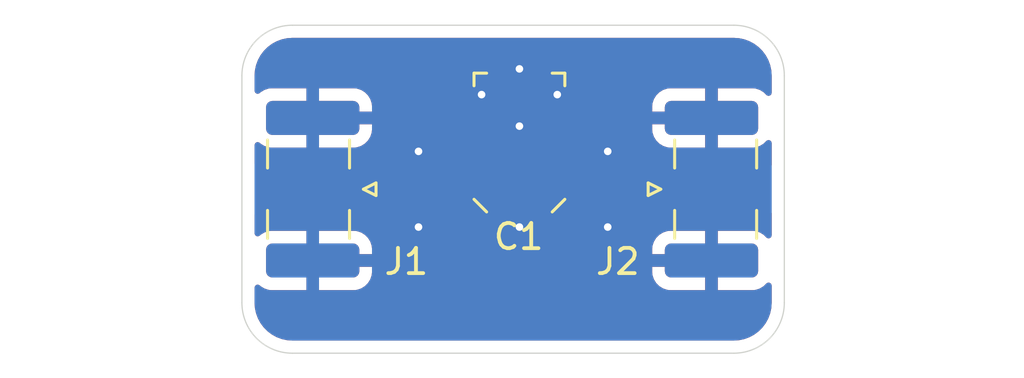
<source format=kicad_pcb>
(kicad_pcb (version 20241229) (generator "pcbnew") (generator_version "9.0")
  (layers (0 "F.Cu" signal) (2 "B.Cu" signal) (13 "F.Paste" user) (15 "B.Paste" user) (5 "F.SilkS" user "F.Silkscreen") (7 "B.SilkS" user "B.Silkscreen") (1 "F.Mask" user) (3 "B.Mask" user) (25 "Edge.Cuts" user))
  (net 0 "")
  (net 1 "GND")
  (net 2 "Net-(J1-In)")
  (footprint "Capacitor_SMD:C_Trimmer_Sprague-Goodman_SGC3" (layer "F.Cu") (at 139 83.15 90)
    (property "Reference" "C1" (at -3.7324 -0.0327 180) (layer "F.SilkS"))
    (property "Value" "C_Trim" (hide yes))
    (fp_line (start 2.75 -1.8) (end 2.25 -1.8) (stroke (width 0.12)) (layer "F.SilkS"))
    (fp_line (start 2.75 -1.8) (end 2.75 -1.3) (stroke (width 0.12)) (layer "F.SilkS"))
    (fp_line (start -2.75 -1.3) (end -2.25 -1.8) (stroke (width 0.12)) (layer "F.SilkS"))
    (fp_line (start -2.75 1.3) (end -2.25 1.8) (stroke (width 0.12)) (layer "F.SilkS"))
    (fp_line (start 2.75 1.8) (end 2.75 1.3) (stroke (width 0.12)) (layer "F.SilkS"))
    (fp_line (start 2.75 1.8) (end 2.25 1.8) (stroke (width 0.12)) (layer "F.SilkS"))
    (pad "1" smd rect (at -1.95 0 90) (size 1.3 1.4) (layers "F.Cu" "F.Mask" "F.Paste") (net 2 "Net-(J1-In)"))
    (pad "2" smd rect (at 1.95 0 90) (size 1.3 1.4) (layers "F.Cu" "F.Mask" "F.Paste") (net 1 "GND"))
  )
  (footprint "Connector_Coaxial:SMA_Samtec_SMA-J-P-H-ST-EM1_EdgeMount" (layer "F.Cu") (at 130.556 85 180)
    (property "Reference" "J1" (at -3.9624 -2.8702 0) (layer "F.SilkS"))
    (property "Value" "Conn_Coaxial" (hide yes))
    (fp_line (start 1.54 1.95) (end 1.54 0.84) (stroke (width 0.12)) (layer "F.SilkS"))
    (fp_line (start 1.54 -0.84) (end 1.54 -1.95) (stroke (width 0.12)) (layer "F.SilkS"))
    (fp_line (start -1.71 1.95) (end -1.71 0.84) (stroke (width 0.12)) (layer "F.SilkS"))
    (fp_line (start -1.71 -0.84) (end -1.71 -1.95) (stroke (width 0.12)) (layer "F.SilkS"))
    (fp_line (start -2.26 0) (end -2.76 -0.25) (stroke (width 0.12)) (layer "F.SilkS"))
    (fp_line (start -2.76 0.25) (end -2.26 0) (stroke (width 0.12)) (layer "F.SilkS"))
    (fp_line (start -2.76 -0.25) (end -2.76 0.25) (stroke (width 0.12)) (layer "F.SilkS"))
    (pad "1" smd roundrect (at 0 0 270) (size 1.27 3.2) (layers "F.Cu" "F.Mask") (roundrect_rratio 0.1968503937) (net 2 "Net-(J1-In)"))
    (pad "2" smd roundrect (at -0.25 -2.825 270) (size 1.35 3.7) (layers "F.Cu" "F.Mask") (roundrect_rratio 0.1851851852) (net 1 "GND"))
    (pad "2" smd roundrect (at -0.25 -2.825 270) (size 1.35 3.7) (layers "B.Cu" "B.Mask") (roundrect_rratio 0.1851851852) (net 1 "GND"))
    (pad "2" smd roundrect (at -0.25 2.825 270) (size 1.35 3.7) (layers "F.Cu" "F.Mask") (roundrect_rratio 0.1851851852) (net 1 "GND"))
    (pad "2" smd roundrect (at -0.25 2.825 270) (size 1.35 3.7) (layers "B.Cu" "B.Mask") (roundrect_rratio 0.1851851852) (net 1 "GND"))
  )
  (footprint "Connector_Coaxial:SMA_Samtec_SMA-J-P-H-ST-EM1_EdgeMount" (layer "F.Cu") (at 146.8628 85)
    (property "Reference" "J2" (at -3.9624 2.8702 180) (layer "F.SilkS"))
    (property "Value" "Conn_Coaxial" (hide yes))
    (fp_line (start -2.76 -0.25) (end -2.76 0.25) (stroke (width 0.12)) (layer "F.SilkS"))
    (fp_line (start -2.76 0.25) (end -2.26 0) (stroke (width 0.12)) (layer "F.SilkS"))
    (fp_line (start -2.26 0) (end -2.76 -0.25) (stroke (width 0.12)) (layer "F.SilkS"))
    (fp_line (start -1.71 -0.84) (end -1.71 -1.95) (stroke (width 0.12)) (layer "F.SilkS"))
    (fp_line (start -1.71 1.95) (end -1.71 0.84) (stroke (width 0.12)) (layer "F.SilkS"))
    (fp_line (start 1.54 -0.84) (end 1.54 -1.95) (stroke (width 0.12)) (layer "F.SilkS"))
    (fp_line (start 1.54 1.95) (end 1.54 0.84) (stroke (width 0.12)) (layer "F.SilkS"))
    (pad "1" smd roundrect (at 0 0 90) (size 1.27 3.2) (layers "F.Cu" "F.Mask") (roundrect_rratio 0.1968503937) (net 2 "Net-(J1-In)"))
    (pad "2" smd roundrect (at -0.25 -2.825 90) (size 1.35 3.7) (layers "F.Cu" "F.Mask") (roundrect_rratio 0.1851851852) (net 1 "GND"))
    (pad "2" smd roundrect (at -0.25 -2.825 90) (size 1.35 3.7) (layers "B.Cu" "B.Mask") (roundrect_rratio 0.1851851852) (net 1 "GND"))
    (pad "2" smd roundrect (at -0.25 2.825 90) (size 1.35 3.7) (layers "F.Cu" "F.Mask") (roundrect_rratio 0.1851851852) (net 1 "GND"))
    (pad "2" smd roundrect (at -0.25 2.825 90) (size 1.35 3.7) (layers "B.Cu" "B.Mask") (roundrect_rratio 0.1851851852) (net 1 "GND"))
  )
  (gr_line (start 149.499986 80.5) (end 149.499986 89.492517) (stroke (width 0.05)) (layer "Edge.Cuts"))
  (gr_arc (start 149.5 89.5) (mid 148.914214 90.914214) (end 147.5 91.5) (stroke (width 0.05)) (layer "Edge.Cuts"))
  (gr_arc (start 147.5 78.500014) (mid 148.914204 79.085796) (end 149.499986 80.5) (stroke (width 0.05)) (layer "Edge.Cuts"))
  (gr_line (start 147.5 91.5) (end 130 91.5) (stroke (width 0.05)) (layer "Edge.Cuts"))
  (gr_arc (start 128 80.5) (mid 128.585786 79.085786) (end 130 78.5) (stroke (width 0.05)) (layer "Edge.Cuts"))
  (gr_arc (start 130 91.5) (mid 128.585786 90.914214) (end 128 89.5) (stroke (width 0.05)) (layer "Edge.Cuts"))
  (gr_line (start 147.5 78.500014) (end 130 78.500014) (stroke (width 0.05)) (layer "Edge.Cuts"))
  (gr_line (start 128 89.5) (end 128 80.5) (stroke (width 0.05)) (layer "Edge.Cuts"))
  (segment (start 139 81.3125) (end 138.999999 80.230445) (width 0.2) (layer "F.Cu") (net 1))
  (via (at 139 86.5) (size 0.6) (drill 0.3) (layers "F.Cu" "B.Cu") (net 1))
  (via (at 135 83.5) (size 0.6) (drill 0.3) (layers "F.Cu" "B.Cu") (net 1))
  (via (at 138.999999 80.230445) (size 0.6) (drill 0.3) (layers "F.Cu" "B.Cu") (net 1))
  (via (at 142.5 86.5) (size 0.6) (drill 0.3) (layers "F.Cu" "B.Cu") (net 1))
  (via (at 135 86.5) (size 0.6) (drill 0.3) (layers "F.Cu" "B.Cu") (net 1))
  (via (at 140.5 81.25) (size 0.6) (drill 0.3) (layers "F.Cu" "B.Cu") (net 1))
  (via (at 142.5 83.5) (size 0.6) (drill 0.3) (layers "F.Cu" "B.Cu") (net 1))
  (via (at 137.5 81.25) (size 0.6) (drill 0.3) (layers "F.Cu" "B.Cu") (net 1))
  (via (at 139 82.5) (size 0.6) (drill 0.3) (layers "F.Cu" "B.Cu") (net 1))
  (segment (start 139 84.9875) (end 146.8503 84.9875) (width 0.6) (layer "F.Cu") (net 2))
  (segment (start 138.5125 84.9875) (end 138.5 85) (width 0.2) (layer "F.Cu") (net 2))
  (segment (start 146.8503 84.9875) (end 146.8628 85) (width 0.2) (layer "F.Cu") (net 2))
  (segment (start 139 84.9875) (end 138.5125 84.9875) (width 0.2) (layer "F.Cu") (net 2))
  (segment (start 138.5 85) (end 130.556 85) (width 0.6) (layer "F.Cu") (net 2))
  (zone (net 1) (net_name "GND") (layer "F.Cu") (priority 1) (connect_pads (clearance 0.5)) (min_thickness 0.25) (fill yes (thermal_gap 0.5) (thermal_bridge_width 0.5))
    (polygon (pts (xy 151 77.5) (xy 151 92.5) (xy 127 92.5) (xy 127 77.5)))
  )
  (zone (net 1) (net_name "GND") (layer "B.Cu") (connect_pads (clearance 0.5)) (min_thickness 0.25) (fill yes (thermal_gap 0.5) (thermal_bridge_width 0.5))
    (polygon (pts (xy 127 77.5) (xy 151 77.5) (xy 151 92.5) (xy 127 92.5)))
  )
)
</source>
